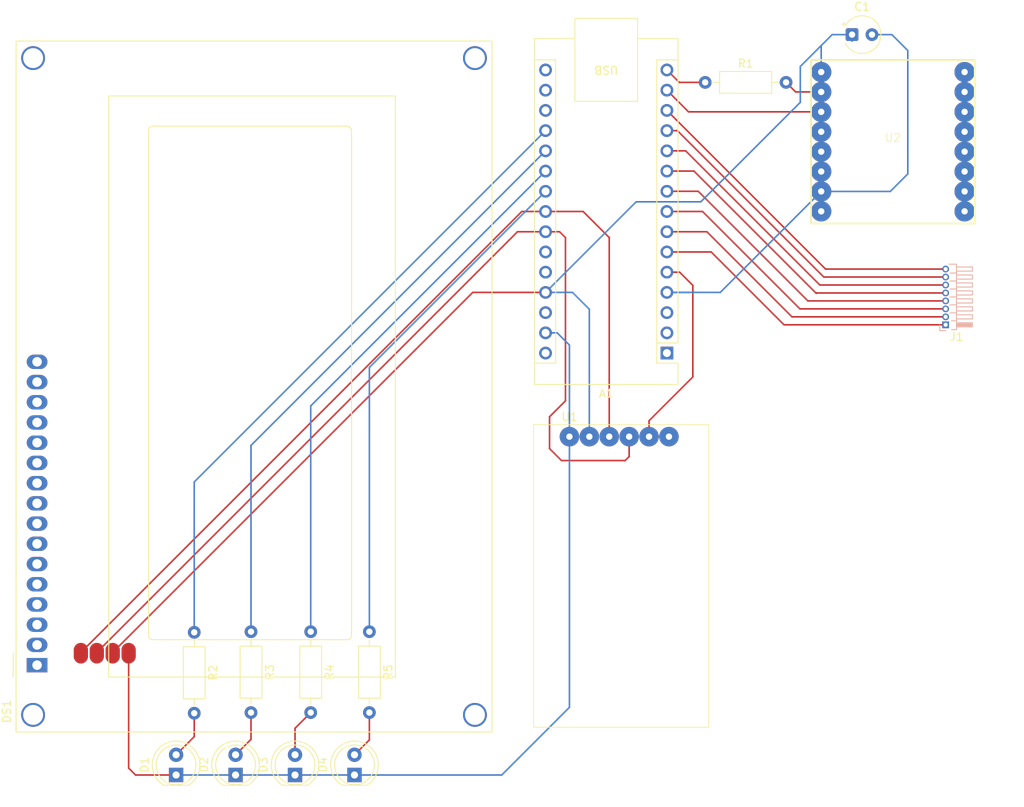
<source format=kicad_pcb>
(kicad_pcb (version 20241229) (generator "pcbnew") (generator_version "9.0")
  (layers (0 "F.Cu" signal) (2 "B.Cu" signal) (13 "F.Paste" user) (15 "B.Paste" user) (5 "F.SilkS" user "F.Silkscreen") (7 "B.SilkS" user "B.Silkscreen") (1 "F.Mask" user) (3 "B.Mask" user) (25 "Edge.Cuts" user))
  (net 0 "")
  (net 2 "Net-(A1-A5)")
  (net 4 "/D11")
  (net 5 "/A3")
  (net 6 "Net-(A1-A4)")
  (net 7 "GND")
  (net 10 "/D4")
  (net 11 "/D7")
  (net 12 "/A0")
  (net 14 "/D2")
  (net 16 "+5V")
  (net 18 "/D6")
  (net 19 "/A2")
  (net 20 "/D3")
  (net 21 "/D5")
  (net 23 "/D8")
  (net 24 "/D12")
  (net 25 "/D10")
  (net 26 "/D9")
  (net 28 "/A1")
  (net 31 "Net-(D1-A)")
  (net 32 "Net-(D2-A)")
  (net 33 "Net-(D3-A)")
  (net 34 "Net-(D4-A)")
  (net 38 "Net-(U2-RX)")
  (net 44 "Net-(U2-SPK2)")
  (net 46 "Net-(U2-SPK1)")
  (footprint "LED_THT:LED_D5.0mm" (layer "F.Cu") (at 88.09 147 90)
    (property "Reference" "D1" (at 1.27 -3.96 90) (layer "F.SilkS"))
    (property "Value" "LED")
    (fp_line (start -1.29 -1.545) (end -1.29 1.545) (stroke (width 0.12)) (layer "F.SilkS"))
    (fp_arc (start -1.29 -1.54483) (mid 2.071779 -2.880495) (end 4.26 0) (stroke (width 0.12)) (layer "F.SilkS"))
    (fp_arc (start 4.26 0) (mid 2.071779 2.880495) (end -1.29 1.54483) (stroke (width 0.12)) (layer "F.SilkS"))
    (fp_circle (center 1.27 0) (end 3.77 0) (stroke (width 0.12)) (fill no) (layer "F.SilkS"))
    (pad "1" thru_hole rect (at 0 0 90) (size 1.8 1.8) (drill 0.9) (layers "*.Cu" "*.Mask") (net 7 "GND"))
    (pad "2" thru_hole circle (at 2.54 0 90) (size 1.8 1.8) (drill 0.9) (layers "*.Cu" "*.Mask") (net 31 "Net-(D1-A)"))
  )
  (footprint "LED_THT:LED_D5.0mm" (layer "F.Cu") (at 95.56 147 90)
    (property "Reference" "D2" (at 1.27 -3.96 90) (layer "F.SilkS"))
    (property "Value" "LED")
    (fp_line (start -1.29 -1.545) (end -1.29 1.545) (stroke (width 0.12)) (layer "F.SilkS"))
    (fp_arc (start -1.29 -1.54483) (mid 2.071779 -2.880495) (end 4.26 0) (stroke (width 0.12)) (layer "F.SilkS"))
    (fp_arc (start 4.26 0) (mid 2.071779 2.880495) (end -1.29 1.54483) (stroke (width 0.12)) (layer "F.SilkS"))
    (fp_circle (center 1.27 0) (end 3.77 0) (stroke (width 0.12)) (fill no) (layer "F.SilkS"))
    (pad "1" thru_hole rect (at 0 0 90) (size 1.8 1.8) (drill 0.9) (layers "*.Cu" "*.Mask") (net 7 "GND"))
    (pad "2" thru_hole circle (at 2.54 0 90) (size 1.8 1.8) (drill 0.9) (layers "*.Cu" "*.Mask") (net 32 "Net-(D2-A)"))
  )
  (footprint "LED_THT:LED_D5.0mm" (layer "F.Cu") (at 103.03 147 90)
    (property "Reference" "D3" (at 1.27 -3.96 90) (layer "F.SilkS"))
    (property "Value" "LED")
    (fp_line (start -1.29 -1.545) (end -1.29 1.545) (stroke (width 0.12)) (layer "F.SilkS"))
    (fp_arc (start -1.29 -1.54483) (mid 2.071779 -2.880495) (end 4.26 0) (stroke (width 0.12)) (layer "F.SilkS"))
    (fp_arc (start 4.26 0) (mid 2.071779 2.880495) (end -1.29 1.54483) (stroke (width 0.12)) (layer "F.SilkS"))
    (fp_circle (center 1.27 0) (end 3.77 0) (stroke (width 0.12)) (fill no) (layer "F.SilkS"))
    (pad "1" thru_hole rect (at 0 0 90) (size 1.8 1.8) (drill 0.9) (layers "*.Cu" "*.Mask") (net 7 "GND"))
    (pad "2" thru_hole circle (at 2.54 0 90) (size 1.8 1.8) (drill 0.9) (layers "*.Cu" "*.Mask") (net 33 "Net-(D3-A)"))
  )
  (footprint "Resistor_THT:R_Axial_DIN0207_L6.3mm_D2.5mm_P10.16mm_Horizontal" (layer "F.Cu") (at 90.37 129.08 -90)
    (property "Reference" "R2" (at 5.08 -2.37 90) (layer "F.SilkS"))
    (property "Value" "330")
    (fp_line (start 1.04 0) (end 1.81 0) (stroke (width 0.12)) (layer "F.SilkS"))
    (fp_line (start 9.12 0) (end 8.35 0) (stroke (width 0.12)) (layer "F.SilkS"))
    (fp_rect (start 1.81 -1.37) (end 8.35 1.37) (stroke (width 0.12)) (fill no) (layer "F.SilkS"))
    (pad "1" thru_hole circle (at 0 0 270) (size 1.6 1.6) (drill 0.8) (layers "*.Cu" "*.Mask") (net 12 "/A0"))
    (pad "2" thru_hole circle (at 10.16 0 270) (size 1.6 1.6) (drill 0.8) (layers "*.Cu" "*.Mask") (net 31 "Net-(D1-A)"))
  )
  (footprint "AlarmClockParts:DS3231" (layer "F.Cu") (at 144 111.5)
    (property "Reference" "U1" (at -6.5 -9.5 0) (layer "F.SilkS"))
    (property "Value" "DS3231M")
    (fp_line (start -11 -8.5) (end 11 -8.5) (stroke (width 0.1)) (layer "F.SilkS"))
    (fp_line (start -11 29.5) (end -11 -8.5) (stroke (width 0.1)) (layer "F.SilkS"))
    (fp_line (start 11 29.5) (end -11 29.5) (stroke (width 0.1)) (layer "F.SilkS"))
    (fp_line (start 11 29.5) (end 11 -8.5) (stroke (width 0.1)) (layer "F.SilkS"))
    (pad "1" thru_hole circle (at 6 -7) (size 2.45 2.45) (drill 0.8) (layers "*.Cu" "*.Mask"))
    (pad "2" thru_hole circle (at -4 -7) (size 2.45 2.45) (drill 0.8) (layers "*.Cu" "*.Mask") (net 16 "+5V"))
    (pad "3" thru_hole circle (at 3.5 -7) (size 2.45 2.45) (drill 0.8) (layers "*.Cu" "*.Mask") (net 14 "/D2"))
    (pad "13" thru_hole circle (at -6.5 -7) (size 2.45 2.45) (drill 0.8) (layers "*.Cu" "*.Mask") (net 7 "GND"))
    (pad "15" thru_hole circle (at -1.5 -7) (size 2.45 2.45) (drill 0.8) (layers "*.Cu" "*.Mask") (net 6 "Net-(A1-A4)"))
    (pad "16" thru_hole circle (at 1 -7) (size 2.45 2.45) (drill 0.8) (layers "*.Cu" "*.Mask") (net 2 "Net-(A1-A5)"))
  )
  (footprint "Resistor_THT:R_Axial_DIN0207_L6.3mm_D2.5mm_P10.16mm_Horizontal" (layer "F.Cu") (at 154.55 60)
    (property "Reference" "R1" (at 5.08 -2.37 0) (layer "F.SilkS"))
    (property "Value" "1k")
    (fp_line (start 1.04 0) (end 1.81 0) (stroke (width 0.12)) (layer "F.SilkS"))
    (fp_line (start 9.12 0) (end 8.35 0) (stroke (width 0.12)) (layer "F.SilkS"))
    (fp_rect (start 1.81 -1.37) (end 8.35 1.37) (stroke (width 0.12)) (fill no) (layer "F.SilkS"))
    (pad "1" thru_hole circle (at 0 0) (size 1.6 1.6) (drill 0.8) (layers "*.Cu" "*.Mask") (net 4 "/D11"))
    (pad "2" thru_hole circle (at 10.16 0) (size 1.6 1.6) (drill 0.8) (layers "*.Cu" "*.Mask") (net 38 "Net-(U2-RX)"))
  )
  (footprint "AlarmClockParts:MP3-TF-16P" (layer "F.Cu") (at 178.13 67.45)
    (property "Reference" "U2" (at 0 -0.5 0) (layer "F.SilkS") (effects (font (thickness 0.1))))
    (property "Value" "MP3-TF-16P")
    (fp_line (start -10.275 -10.275) (end 10.275 -10.275) (stroke (width 0.2)) (layer "F.SilkS"))
    (fp_line (start -10.275 10.275) (end -10.275 -10.275) (stroke (width 0.2)) (layer "F.SilkS"))
    (fp_line (start 10.275 -10.275) (end 10.275 10.275) (stroke (width 0.2)) (layer "F.SilkS"))
    (fp_line (start 10.275 10.275) (end -10.275 10.275) (stroke (width 0.2)) (layer "F.SilkS"))
    (pad "1" thru_hole circle (at -9.005 -8.75) (size 2.54 2.54) (drill 0.8) (layers "*.Cu" "*.Mask") (net 16 "+5V"))
    (pad "2" thru_hole circle (at -9.005 -6.25) (size 2.54 2.54) (drill 0.8) (layers "*.Cu" "*.Mask") (net 38 "Net-(U2-RX)"))
    (pad "3" thru_hole circle (at -9.005 -3.75) (size 2.54 2.54) (drill 0.8) (layers "*.Cu" "*.Mask") (net 24 "/D12"))
    (pad "4" thru_hole circle (at -9.005 -1.25) (size 2.54 2.54) (drill 0.8) (layers "*.Cu" "*.Mask"))
    (pad "5" thru_hole circle (at -9.005 1.25) (size 2.54 2.54) (drill 0.8) (layers "*.Cu" "*.Mask"))
    (pad "6" thru_hole circle (at -9.005 3.75) (size 2.54 2.54) (drill 0.8) (layers "*.Cu" "*.Mask") (net 46 "Net-(U2-SPK1)"))
    (pad "7" thru_hole circle (at -9.005 6.25) (size 2.54 2.54) (drill 0.8) (layers "*.Cu" "*.Mask") (net 7 "GND"))
    (pad "8" thru_hole circle (at -9.005 8.75) (size 2.54 2.54) (drill 0.8) (layers "*.Cu" "*.Mask") (net 44 "Net-(U2-SPK2)"))
    (pad "9" thru_hole circle (at 9.005 -8.75) (size 2.54 2.54) (drill 0.8) (layers "*.Cu" "*.Mask"))
    (pad "10" thru_hole circle (at 9.005 -6.25) (size 2.54 2.54) (drill 0.8) (layers "*.Cu" "*.Mask"))
    (pad "11" thru_hole circle (at 9.005 -3.75) (size 2.54 2.54) (drill 0.8) (layers "*.Cu" "*.Mask"))
    (pad "12" thru_hole circle (at 9.005 -1.25) (size 2.54 2.54) (drill 0.8) (layers "*.Cu" "*.Mask"))
    (pad "13" thru_hole circle (at 9.005 1.25) (size 2.54 2.54) (drill 0.8) (layers "*.Cu" "*.Mask"))
    (pad "14" thru_hole circle (at 9.005 3.75) (size 2.54 2.54) (drill 0.8) (layers "*.Cu" "*.Mask"))
    (pad "15" thru_hole circle (at 9.005 6.25) (size 2.54 2.54) (drill 0.8) (layers "*.Cu" "*.Mask"))
    (pad "16" thru_hole circle (at 9.005 8.75) (size 2.54 2.54) (drill 0.8) (layers "*.Cu" "*.Mask"))
  )
  (footprint "LED_THT:LED_D5.0mm" (layer "F.Cu") (at 110.5 147 90)
    (property "Reference" "D4" (at 1.27 -3.96 90) (layer "F.SilkS"))
    (property "Value" "LED")
    (fp_line (start -1.29 -1.545) (end -1.29 1.545) (stroke (width 0.12)) (layer "F.SilkS"))
    (fp_arc (start -1.29 -1.54483) (mid 2.071779 -2.880495) (end 4.26 0) (stroke (width 0.12)) (layer "F.SilkS"))
    (fp_arc (start 4.26 0) (mid 2.071779 2.880495) (end -1.29 1.54483) (stroke (width 0.12)) (layer "F.SilkS"))
    (fp_circle (center 1.27 0) (end 3.77 0) (stroke (width 0.12)) (fill no) (layer "F.SilkS"))
    (pad "1" thru_hole rect (at 0 0 90) (size 1.8 1.8) (drill 0.9) (layers "*.Cu" "*.Mask") (net 7 "GND"))
    (pad "2" thru_hole circle (at 2.54 0 90) (size 1.8 1.8) (drill 0.9) (layers "*.Cu" "*.Mask") (net 34 "Net-(D4-A)"))
  )
  (footprint "Module:Arduino_Nano" (layer "F.Cu") (at 149.74 94 180)
    (property "Reference" "A1" (at 7.62 -5.08 0) (layer "F.SilkS"))
    (property "Value" "Arduino_Nano_v3.x")
    (fp_line (start 16.64 39.5) (end 16.64 -3.94) (stroke (width 0.12)) (layer "F.SilkS"))
    (fp_line (start 16.64 39.5) (end 11.56 39.5) (stroke (width 0.12)) (layer "F.SilkS"))
    (fp_line (start 16.64 -3.94) (end -1.4 -3.94) (stroke (width 0.12)) (layer "F.SilkS"))
    (fp_line (start 13.97 36.83) (end 16.64 36.83) (stroke (width 0.12)) (layer "F.SilkS"))
    (fp_line (start 13.97 -1.27) (end 16.64 -1.27) (stroke (width 0.12)) (layer "F.SilkS"))
    (fp_line (start 13.97 -1.27) (end 13.97 36.83) (stroke (width 0.12)) (layer "F.SilkS"))
    (fp_line (start 11.56 42.04) (end 3.68 42.04) (stroke (width 0.12)) (layer "F.SilkS"))
    (fp_line (start 11.56 31.62) (end 11.56 42.04) (stroke (width 0.12)) (layer "F.SilkS"))
    (fp_line (start 3.68 42.04) (end 3.68 31.62) (stroke (width 0.12)) (layer "F.SilkS"))
    (fp_line (start 3.68 31.62) (end 11.56 31.62) (stroke (width 0.12)) (layer "F.SilkS"))
    (fp_line (start 1.27 36.83) (end -1.4 36.83) (stroke (width 0.12)) (layer "F.SilkS"))
    (fp_line (start 1.27 1.27) (end 1.27 36.83) (stroke (width 0.12)) (layer "F.SilkS"))
    (fp_line (start 1.27 1.27) (end 1.27 -1.27) (stroke (width 0.12)) (layer "F.SilkS"))
    (fp_line (start 1.27 1.27) (end -1.4 1.27) (stroke (width 0.12)) (layer "F.SilkS"))
    (fp_line (start 1.27 -1.27) (end -1.4 -1.27) (stroke (width 0.12)) (layer "F.SilkS"))
    (fp_line (start -1.4 39.5) (end 3.68 39.5) (stroke (width 0.12)) (layer "F.SilkS"))
    (fp_line (start -1.4 1.27) (end -1.4 39.5) (stroke (width 0.12)) (layer "F.SilkS"))
    (fp_line (start -1.4 -3.94) (end -1.4 -1.27) (stroke (width 0.12)) (layer "F.SilkS"))
    (fp_text user "USB" (at 7.62 35.56 180) (layer "F.SilkS"))
    (pad "1" thru_hole rect (at 0 0 180) (size 1.6 1.6) (drill 1) (layers "*.Cu" "*.Mask"))
    (pad "2" thru_hole oval (at 0 2.54 180) (size 1.6 1.6) (drill 1) (layers "*.Cu" "*.Mask"))
    (pad "3" thru_hole oval (at 0 5.08 180) (size 1.6 1.6) (drill 1) (layers "*.Cu" "*.Mask"))
    (pad "4" thru_hole oval (at 0 7.62 180) (size 1.6 1.6) (drill 1) (layers "*.Cu" "*.Mask") (net 7 "GND"))
    (pad "5" thru_hole oval (at 0 10.16 180) (size 1.6 1.6) (drill 1) (layers "*.Cu" "*.Mask") (net 14 "/D2"))
    (pad "6" thru_hole oval (at 0 12.7 180) (size 1.6 1.6) (drill 1) (layers "*.Cu" "*.Mask") (net 20 "/D3"))
    (pad "7" thru_hole oval (at 0 15.24 180) (size 1.6 1.6) (drill 1) (layers "*.Cu" "*.Mask") (net 10 "/D4"))
    (pad "8" thru_hole oval (at 0 17.78 180) (size 1.6 1.6) (drill 1) (layers "*.Cu" "*.Mask") (net 21 "/D5"))
    (pad "9" thru_hole oval (at 0 20.32 180) (size 1.6 1.6) (drill 1) (layers "*.Cu" "*.Mask") (net 18 "/D6"))
    (pad "10" thru_hole oval (at 0 22.86 180) (size 1.6 1.6) (drill 1) (layers "*.Cu" "*.Mask") (net 11 "/D7"))
    (pad "11" thru_hole oval (at 0 25.4 180) (size 1.6 1.6) (drill 1) (layers "*.Cu" "*.Mask") (net 23 "/D8"))
    (pad "12" thru_hole oval (at 0 27.94 180) (size 1.6 1.6) (drill 1) (layers "*.Cu" "*.Mask") (net 26 "/D9"))
    (pad "13" thru_hole oval (at 0 30.48 180) (size 1.6 1.6) (drill 1) (layers "*.Cu" "*.Mask") (net 25 "/D10"))
    (pad "14" thru_hole oval (at 0 33.02 180) (size 1.6 1.6) (drill 1) (layers "*.Cu" "*.Mask") (net 24 "/D12"))
    (pad "15" thru_hole oval (at 0 35.56 180) (size 1.6 1.6) (drill 1) (layers "*.Cu" "*.Mask") (net 4 "/D11"))
    (pad "16" thru_hole oval (at 15.24 35.56 180) (size 1.6 1.6) (drill 1) (layers "*.Cu" "*.Mask"))
    (pad "17" thru_hole oval (at 15.24 33.02 180) (size 1.6 1.6) (drill 1) (layers "*.Cu" "*.Mask"))
    (pad "18" thru_hole oval (at 15.24 30.48 180) (size 1.6 1.6) (drill 1) (layers "*.Cu" "*.Mask"))
    (pad "19" thru_hole oval (at 15.24 27.94 180) (size 1.6 1.6) (drill 1) (layers "*.Cu" "*.Mask") (net 12 "/A0"))
    (pad "20" thru_hole oval (at 15.24 25.4 180) (size 1.6 1.6) (drill 1) (layers "*.Cu" "*.Mask") (net 28 "/A1"))
    (pad "21" thru_hole oval (at 15.24 22.86 180) (size 1.6 1.6) (drill 1) (layers "*.Cu" "*.Mask") (net 19 "/A2"))
    (pad "22" thru_hole oval (at 15.24 20.32 180) (size 1.6 1.6) (drill 1) (layers "*.Cu" "*.Mask") (net 5 "/A3"))
    (pad "23" thru_hole oval (at 15.24 17.78 180) (size 1.6 1.6) (drill 1) (layers "*.Cu" "*.Mask") (net 6 "Net-(A1-A4)"))
    (pad "24" thru_hole oval (at 15.24 15.24 180) (size 1.6 1.6) (drill 1) (layers "*.Cu" "*.Mask") (net 2 "Net-(A1-A5)"))
    (pad "25" thru_hole oval (at 15.24 12.7 180) (size 1.6 1.6) (drill 1) (layers "*.Cu" "*.Mask"))
    (pad "26" thru_hole oval (at 15.24 10.16 180) (size 1.6 1.6) (drill 1) (layers "*.Cu" "*.Mask"))
    (pad "27" thru_hole oval (at 15.24 7.62 180) (size 1.6 1.6) (drill 1) (layers "*.Cu" "*.Mask") (net 16 "+5V"))
    (pad "28" thru_hole oval (at 15.24 5.08 180) (size 1.6 1.6) (drill 1) (layers "*.Cu" "*.Mask"))
    (pad "29" thru_hole oval (at 15.24 2.54 180) (size 1.6 1.6) (drill 1) (layers "*.Cu" "*.Mask") (net 7 "GND"))
    (pad "30" thru_hole oval (at 15.24 0 180) (size 1.6 1.6) (drill 1) (layers "*.Cu" "*.Mask"))
  )
  (footprint "Resistor_THT:R_Axial_DIN0207_L6.3mm_D2.5mm_P10.16mm_Horizontal" (layer "F.Cu") (at 97.5 129 -90)
    (property "Reference" "R3" (at 5.08 -2.37 90) (layer "F.SilkS"))
    (property "Value" "330")
    (fp_line (start 1.04 0) (end 1.81 0) (stroke (width 0.12)) (layer "F.SilkS"))
    (fp_line (start 9.12 0) (end 8.35 0) (stroke (width 0.12)) (layer "F.SilkS"))
    (fp_rect (start 1.81 -1.37) (end 8.35 1.37) (stroke (width 0.12)) (fill no) (layer "F.SilkS"))
    (pad "1" thru_hole circle (at 0 0 270) (size 1.6 1.6) (drill 0.8) (layers "*.Cu" "*.Mask") (net 28 "/A1"))
    (pad "2" thru_hole circle (at 10.16 0 270) (size 1.6 1.6) (drill 0.8) (layers "*.Cu" "*.Mask") (net 32 "Net-(D2-A)"))
  )
  (footprint "AlarmClockParts:LCD+I2C_16x4" (layer "F.Cu") (at 70.63 133.2 90)
    (property "Reference" "DS1" (at -5.82 -3.81 90) (layer "F.SilkS"))
    (property "Value" "HD44780LCD-I2C")
    (fp_line (start -1.5 -3) (end 1.5 -3) (stroke (width 0.12)) (layer "F.SilkS"))
    (fp_line (start 78.39 -2.64) (end -8.39 -2.64) (stroke (width 0.12)) (layer "F.SilkS"))
    (fp_line (start -8.13 -2.64) (end -7.34 -2.64) (stroke (width 0.12)) (layer "F.SilkS"))
    (fp_line (start -8.39 -2.64) (end -8.39 57.14) (stroke (width 0.12)) (layer "F.SilkS"))
    (fp_line (start 71.5 9) (end 71.5 45) (stroke (width 0.12)) (layer "F.SilkS"))
    (fp_line (start -1.5 9) (end 71.5 9) (stroke (width 0.12)) (layer "F.SilkS"))
    (fp_line (start 3.7 14) (end 67.2 14) (stroke (width 0.12)) (layer "F.SilkS"))
    (fp_line (start 67.7 14.5) (end 67.7 38.99962) (stroke (width 0.12)) (layer "F.SilkS"))
    (fp_line (start 3.20028 38.99962) (end 3.20028 14.5) (stroke (width 0.12)) (layer "F.SilkS"))
    (fp_line (start 67.20132 39.5) (end 3.70066 39.5) (stroke (width 0.12)) (layer "F.SilkS"))
    (fp_line (start 71.5 45) (end -1.5 45) (stroke (width 0.12)) (layer "F.SilkS"))
    (fp_line (start -1.5 45) (end -1.5 9) (stroke (width 0.12)) (layer "F.SilkS"))
    (fp_line (start 78.39 57.14) (end 78.39 -2.5) (stroke (width 0.12)) (layer "F.SilkS"))
    (fp_line (start -8.39 57.14) (end 78.39 57.14) (stroke (width 0.12)) (layer "F.SilkS"))
    (fp_arc (start 67.2 14) (mid 67.553553 14.146447) (end 67.7 14.5) (stroke (width 0.12)) (layer "F.SilkS"))
    (fp_arc (start 3.20028 14.49884) (mid 3.346838 14.145018) (end 3.70066 13.99846) (stroke (width 0.12)) (layer "F.SilkS"))
    (fp_arc (start 67.7 38.79) (mid 67.509302 39.345243) (end 67.146178 39.5) (stroke (width 0.12)) (layer "F.SilkS"))
    (fp_arc (start 3.70066 39.5) (mid 3.346838 39.353442) (end 3.20028 38.99962) (stroke (width 0.12)) (layer "F.SilkS"))
    (pad "" thru_hole circle (at -6.25 -0.5 90) (size 3 3) (drill 2.5) (layers "*.Cu" "*.Mask"))
    (pad "" thru_hole circle (at -6.25 55 90) (size 3 3) (drill 2.5) (layers "*.Cu" "*.Mask"))
    (pad "" thru_hole rect (at 0 0 90) (size 1.8 2.6) (drill 1.2) (layers "*.Cu" "*.Mask"))
    (pad "" thru_hole oval (at 2.54 0 90) (size 1.8 2.6) (drill 1.2) (layers "*.Cu" "*.Mask"))
    (pad "" thru_hole oval (at 5.08 0 90) (size 1.8 2.6) (drill 1.2) (layers "*.Cu" "*.Mask"))
    (pad "" thru_hole oval (at 7.62 0 90) (size 1.8 2.6) (drill 1.2) (layers "*.Cu" "*.Mask"))
    (pad "" thru_hole oval (at 10.16 0 90) (size 1.8 2.6) (drill 1.2) (layers "*.Cu" "*.Mask"))
    (pad "" thru_hole oval (at 12.7 0 90) (size 1.8 2.6) (drill 1.2) (layers "*.Cu" "*.Mask"))
    (pad "" thru_hole oval (at 15.24 0 90) (size 1.8 2.6) (drill 1.2) (layers "*.Cu" "*.Mask"))
    (pad "" thru_hole oval (at 17.78 0 90) (size 1.8 2.6) (drill 1.2) (layers "*.Cu" "*.Mask"))
    (pad "" thru_hole oval (at 20.32 0 90) (size 1.8 2.6) (drill 1.2) (layers "*.Cu" "*.Mask"))
    (pad "" thru_hole oval (at 22.86 0 90) (size 1.8 2.6) (drill 1.2) (layers "*.Cu" "*.Mask"))
    (pad "" thru_hole oval (at 25.4 0 90) (size 1.8 2.6) (drill 1.2) (layers "*.Cu" "*.Mask"))
    (pad "" thru_hole oval (at 27.94 0 90) (size 1.8 2.6) (drill 1.2) (layers "*.Cu" "*.Mask"))
    (pad "" thru_hole oval (at 30.48 0 90) (size 1.8 2.6) (drill 1.2) (layers "*.Cu" "*.Mask"))
    (pad "" thru_hole oval (at 33.02 0 90) (size 1.8 2.6) (drill 1.2) (layers "*.Cu" "*.Mask"))
    (pad "" thru_hole oval (at 35.56 0 90) (size 1.8 2.6) (drill 1.2) (layers "*.Cu" "*.Mask"))
    (pad "" thru_hole oval (at 38.1 0 90) (size 1.8 2.6) (drill 1.2) (layers "*.Cu" "*.Mask"))
    (pad "" thru_hole circle (at 76.25 -0.5 90) (size 3 3) (drill 2.5) (layers "*.Cu" "*.Mask"))
    (pad "" thru_hole circle (at 76.25 55 90) (size 3 3) (drill 2.5) (layers "*.Cu" "*.Mask"))
    (pad "1" connect oval (at 1.5 5.5 180) (size 1.8 2.6) (layers "F.Cu" "F.Mask") (net 6 "Net-(A1-A4)"))
    (pad "2" connect oval (at 1.5 7.5 180) (size 1.8 2.6) (layers "F.Cu" "F.Mask") (net 2 "Net-(A1-A5)"))
    (pad "3" connect oval (at 1.5 9.5 180) (size 1.8 2.6) (layers "F.Cu" "F.Mask") (net 16 "+5V"))
    (pad "4" connect oval (at 1.5 11.5 180) (size 1.8 2.6) (layers "F.Cu" "F.Mask") (net 7 "GND"))
  )
  (footprint "Resistor_THT:R_Axial_DIN0207_L6.3mm_D2.5mm_P10.16mm_Horizontal" (layer "F.Cu") (at 112.37 129 -90)
    (property "Reference" "R5" (at 5.08 -2.37 90) (layer "F.SilkS"))
    (property "Value" "330")
    (fp_line (start 1.04 0) (end 1.81 0) (stroke (width 0.12)) (layer "F.SilkS"))
    (fp_line (start 9.12 0) (end 8.35 0) (stroke (width 0.12)) (layer "F.SilkS"))
    (fp_rect (start 1.81 -1.37) (end 8.35 1.37) (stroke (width 0.12)) (fill no) (layer "F.SilkS"))
    (pad "1" thru_hole circle (at 0 0 270) (size 1.6 1.6) (drill 0.8) (layers "*.Cu" "*.Mask") (net 5 "/A3"))
    (pad "2" thru_hole circle (at 10.16 0 270) (size 1.6 1.6) (drill 0.8) (layers "*.Cu" "*.Mask") (net 34 "Net-(D4-A)"))
  )
  (footprint "Capacitor_THT:CP_Radial_Tantal_D4.5mm_P2.50mm" (layer "F.Cu") (at 173 54)
    (property "Reference" "C1" (at 1.25 -3.5 0) (layer "F.SilkS"))
    (property "Value" "100uF")
    (fp_line (start -1.287288 -1.335) (end -0.837288 -1.335) (stroke (width 0.12)) (layer "F.SilkS"))
    (fp_line (start -1.062288 -1.56) (end -1.062288 -1.11) (stroke (width 0.12)) (layer "F.SilkS"))
    (fp_arc (start -0.869741 -1.06) (mid 3.62 0) (end -0.869741 1.06) (stroke (width 0.12)) (layer "F.SilkS"))
    (pad "1" thru_hole roundrect (at 0 0) (size 1.6 1.6) (drill 0.8) (layers "*.Cu" "*.Mask") (roundrect_rratio 0.15625) (net 16 "+5V"))
    (pad "2" thru_hole circle (at 2.5 0) (size 1.6 1.6) (drill 0.8) (layers "*.Cu" "*.Mask") (net 7 "GND"))
  )
  (footprint "Resistor_THT:R_Axial_DIN0207_L6.3mm_D2.5mm_P10.16mm_Horizontal" (layer "F.Cu") (at 105 129 -90)
    (property "Reference" "R4" (at 5.08 -2.37 90) (layer "F.SilkS"))
    (property "Value" "330")
    (fp_line (start 1.04 0) (end 1.81 0) (stroke (width 0.12)) (layer "F.SilkS"))
    (fp_line (start 9.12 0) (end 8.35 0) (stroke (width 0.12)) (layer "F.SilkS"))
    (fp_rect (start 1.81 -1.37) (end 8.35 1.37) (stroke (width 0.12)) (fill no) (layer "F.SilkS"))
    (pad "1" thru_hole circle (at 0 0 270) (size 1.6 1.6) (drill 0.8) (layers "*.Cu" "*.Mask") (net 19 "/A2"))
    (pad "2" thru_hole circle (at 10.16 0 270) (size 1.6 1.6) (drill 0.8) (layers "*.Cu" "*.Mask") (net 33 "Net-(D3-A)"))
  )
  (footprint "Connector_PinHeader_1.00mm:PinHeader_1x08_P1.00mm_Horizontal" (layer "B.Cu") (at 184.755 90.45)
    (property "Reference" "J1" (at 1.375 1.5 0) (layer "F.SilkS"))
    (property "Value" "Keyboard_Conn_01x08")
    (fp_line (start -0.735 0) (end -0.735 0.735) (stroke (width 0.12)) (layer "B.SilkS"))
    (fp_line (start -0.735 0.735) (end 0 0.735) (stroke (width 0.12)) (layer "B.SilkS"))
    (fp_line (start 0.538725 -6.5) (end 1.36 -6.5) (stroke (width 0.12)) (layer "B.SilkS"))
    (fp_line (start 0.538725 -5.5) (end 1.36 -5.5) (stroke (width 0.12)) (layer "B.SilkS"))
    (fp_line (start 0.538725 -4.5) (end 1.36 -4.5) (stroke (width 0.12)) (layer "B.SilkS"))
    (fp_line (start 0.538725 -3.5) (end 1.36 -3.5) (stroke (width 0.12)) (layer "B.SilkS"))
    (fp_line (start 0.538725 -2.5) (end 1.36 -2.5) (stroke (width 0.12)) (layer "B.SilkS"))
    (fp_line (start 0.538725 -1.5) (end 1.36 -1.5) (stroke (width 0.12)) (layer "B.SilkS"))
    (fp_line (start 0.735 -0.5) (end 1.36 -0.5) (stroke (width 0.12)) (layer "B.SilkS"))
    (fp_line (start 0.735 0.61) (end 1.36 0.61) (stroke (width 0.12)) (layer "B.SilkS"))
    (fp_line (start 1.36 -7.61) (end 0.41003 -7.61) (stroke (width 0.12)) (layer "B.SilkS"))
    (fp_line (start 1.36 -6.74) (end 3.36 -6.74) (stroke (width 0.12)) (layer "B.SilkS"))
    (fp_line (start 1.36 -5.74) (end 3.36 -5.74) (stroke (width 0.12)) (layer "B.SilkS"))
    (fp_line (start 1.36 -4.74) (end 3.36 -4.74) (stroke (width 0.12)) (layer "B.SilkS"))
    (fp_line (start 1.36 -3.74) (end 3.36 -3.74) (stroke (width 0.12)) (layer "B.SilkS"))
    (fp_line (start 1.36 -2.74) (end 3.36 -2.74) (stroke (width 0.12)) (layer "B.SilkS"))
    (fp_line (start 1.36 -1.74) (end 3.36 -1.74) (stroke (width 0.12)) (layer "B.SilkS"))
    (fp_line (start 1.36 -0.74) (end 3.36 -0.74) (stroke (width 0.12)) (layer "B.SilkS"))
    (fp_line (start 1.36 0.61) (end 1.36 -7.61) (stroke (width 0.12)) (layer "B.SilkS"))
    (fp_line (start 3.36 -7.26) (end 1.36 -7.26) (stroke (width 0.12)) (layer "B.SilkS"))
    (fp_line (start 3.36 -6.74) (end 3.36 -7.26) (stroke (width 0.12)) (layer "B.SilkS"))
    (fp_line (start 3.36 -6.26) (end 1.36 -6.26) (stroke (width 0.12)) (layer "B.SilkS"))
    (fp_line (start 3.36 -5.74) (end 3.36 -6.26) (stroke (width 0.12)) (layer "B.SilkS"))
    (fp_line (start 3.36 -5.26) (end 1.36 -5.26) (stroke (width 0.12)) (layer "B.SilkS"))
    (fp_line (start 3.36 -4.74) (end 3.36 -5.26) (stroke (width 0.12)) (layer "B.SilkS"))
    (fp_line (start 3.36 -4.26) (end 1.36 -4.26) (stroke (width 0.12)) (layer "B.SilkS"))
    (fp_line (start 3.36 -3.74) (end 3.36 -4.26) (stroke (width 0.12)) (layer "B.SilkS"))
    (fp_line (start 3.36 -3.26) (end 1.36 -3.26) (stroke (width 0.12)) (layer "B.SilkS"))
    (fp_line (start 3.36 -2.74) (end 3.36 -3.26) (stroke (width 0.12)) (layer "B.SilkS"))
    (fp_line (start 3.36 -2.26) (end 1.36 -2.26) (stroke (width 0.12)) (layer "B.SilkS"))
    (fp_line (start 3.36 -1.74) (end 3.36 -2.26) (stroke (width 0.12)) (layer "B.SilkS"))
    (fp_line (start 3.36 -1.26) (end 1.36 -1.26) (stroke (width 0.12)) (layer "B.SilkS"))
    (fp_line (start 3.36 -0.74) (end 3.36 -1.26) (stroke (width 0.12)) (layer "B.SilkS"))
    (fp_rect (start 1.36 0.26) (end 3.36 -0.26) (stroke (width 0.12)) (fill yes) (layer "B.SilkS"))
    (pad "1" thru_hole rect (at 0 0) (size 0.85 0.85) (drill 0.5) (layers "*.Cu" "*.Mask") (net 20 "/D3"))
    (pad "2" thru_hole circle (at 0 -1) (size 0.85 0.85) (drill 0.5) (layers "*.Cu" "*.Mask") (net 10 "/D4"))
    (pad "3" thru_hole circle (at 0 -2) (size 0.85 0.85) (drill 0.5) (layers "*.Cu" "*.Mask") (net 21 "/D5"))
    (pad "4" thru_hole circle (at 0 -3) (size 0.85 0.85) (drill 0.5) (layers "*.Cu" "*.Mask") (net 18 "/D6"))
    (pad "5" thru_hole circle (at 0 -4) (size 0.85 0.85) (drill 0.5) (layers "*.Cu" "*.Mask") (net 11 "/D7"))
    (pad "6" thru_hole circle (at 0 -5) (size 0.85 0.85) (drill 0.5) (layers "*.Cu" "*.Mask") (net 23 "/D8"))
    (pad "7" thru_hole circle (at 0 -6) (size 0.85 0.85) (drill 0.5) (layers "*.Cu" "*.Mask") (net 26 "/D9"))
    (pad "8" thru_hole circle (at 0 -7) (size 0.85 0.85) (drill 0.5) (layers "*.Cu" "*.Mask") (net 25 "/D10"))
  )
  (segment (start 134.5 78.76) (end 136.26 78.76) (width 0.2) (layer "F.Cu") (net 2))
  (segment (start 78.13 131.60153) (end 130.97153 78.76) (width 0.2) (layer "F.Cu") (net 2))
  (segment (start 136.26 78.76) (end 137 79.5) (width 0.2) (layer "F.Cu") (net 2))
  (segment (start 135 102) (end 135 106) (width 0.2) (layer "F.Cu") (net 2))
  (segment (start 137 100) (end 135 102) (width 0.2) (layer "F.Cu") (net 2))
  (segment (start 137 79.5) (end 137 100) (width 0.2) (layer "F.Cu") (net 2))
  (segment (start 78.13 131.7) (end 78.13 131.60153) (width 0.2) (layer "F.Cu") (net 2))
  (segment (start 130.97153 78.76) (end 134.5 78.76) (width 0.2) (layer "F.Cu") (net 2))
  (segment (start 136.5 107.5) (end 144.5 107.5) (width 0.2) (layer "F.Cu") (net 2))
  (segment (start 145 107) (end 145 104.5) (width 0.2) (layer "F.Cu") (net 2))
  (segment (start 144.5 107.5) (end 145 107) (width 0.2) (layer "F.Cu") (net 2))
  (segment (start 135 106) (end 136.5 107.5) (width 0.2) (layer "F.Cu") (net 2))
  (segment (start 154.55 60) (end 151.3 60) (width 0.2) (layer "F.Cu") (net 4))
  (segment (start 151.3 60) (end 149.74 58.44) (width 0.2) (layer "F.Cu") (net 4))
  (segment (start 112.37 95.81) (end 134.5 73.68) (width 0.2) (layer "B.Cu") (net 5))
  (segment (start 112.37 129) (end 112.37 95.81) (width 0.2) (layer "B.Cu") (net 5))
  (segment (start 139.22 76.22) (end 142.5 79.5) (width 0.2) (layer "F.Cu") (net 6))
  (segment (start 76.13 131.7) (end 76.13 131.60153) (width 0.2) (layer "F.Cu") (net 6))
  (segment (start 142.5 79.5) (end 142.5 104.5) (width 0.2) (layer "F.Cu") (net 6))
  (segment (start 76.13 131.60153) (end 131.51153 76.22) (width 0.2) (layer "F.Cu") (net 6))
  (segment (start 131.51153 76.22) (end 134.5 76.22) (width 0.2) (layer "F.Cu") (net 6))
  (segment (start 134.5 76.22) (end 139.22 76.22) (width 0.2) (layer "F.Cu") (net 6))
  (segment (start 82.13 146.13) (end 83 147) (width 0.2) (layer "F.Cu") (net 7))
  (segment (start 83 147) (end 88.09 147) (width 0.2) (layer "F.Cu") (net 7))
  (segment (start 82.13 131.7) (end 82.13 146.13) (width 0.2) (layer "F.Cu") (net 7))
  (segment (start 134.5 91.46) (end 134.96 91.46) (width 0.2) (layer "F.Cu") (net 7))
  (segment (start 180 56) (end 180 71.5) (width 0.2) (layer "B.Cu") (net 7))
  (segment (start 95.56 147) (end 88.09 147) (width 0.2) (layer "B.Cu") (net 7))
  (segment (start 110.5 147) (end 103.03 147) (width 0.2) (layer "B.Cu") (net 7))
  (segment (start 137.5 93) (end 137.5 104.5) (width 0.2) (layer "B.Cu") (net 7))
  (segment (start 103.03 147) (end 95.56 147) (width 0.2) (layer "B.Cu") (net 7))
  (segment (start 177.8 73.7) (end 169.125 73.7) (width 0.2) (layer "B.Cu") (net 7))
  (segment (start 156.445 86.38) (end 169.125 73.7) (width 0.2) (layer "B.Cu") (net 7))
  (segment (start 135.96 91.46) (end 137.5 93) (width 0.2) (layer "B.Cu") (net 7))
  (segment (start 175.5 54) (end 178 54) (width 0.2) (layer "B.Cu") (net 7))
  (segment (start 137.5 138.5) (end 137.5 104.5) (width 0.2) (layer "B.Cu") (net 7))
  (segment (start 110.5 147) (end 129 147) (width 0.2) (layer "B.Cu") (net 7))
  (segment (start 178 54) (end 180 56) (width 0.2) (layer "B.Cu") (net 7))
  (segment (start 180 71.5) (end 177.8 73.7) (width 0.2) (layer "B.Cu") (net 7))
  (segment (start 129 147) (end 137.5 138.5) (width 0.2) (layer "B.Cu") (net 7))
  (segment (start 149.74 86.38) (end 156.445 86.38) (width 0.2) (layer "B.Cu") (net 7))
  (segment (start 134.5 91.46) (end 135.96 91.46) (width 0.2) (layer "B.Cu") (net 7))
  (segment (start 149.74 86.38) (end 152.56 86.38) (width 0.2) (layer "B.Cu") (net 7))
  (segment (start 154.76 78.76) (end 149.74 78.76) (width 0.2) (layer "F.Cu") (net 10))
  (segment (start 165.45 89.45) (end 154.76 78.76) (width 0.2) (layer "F.Cu") (net 10))
  (segment (start 184.755 89.45) (end 165.45 89.45) (width 0.2) (layer "F.Cu") (net 10))
  (segment (start 149.74 71.14) (end 153.14 71.14) (width 0.2) (layer "F.Cu") (net 11))
  (segment (start 168.5 86.5) (end 168.55 86.45) (width 0.2) (layer "F.Cu") (net 11))
  (segment (start 168.55 86.45) (end 184.755 86.45) (width 0.2) (layer "F.Cu") (net 11))
  (segment (start 153.14 71.14) (end 168.5 86.5) (width 0.2) (layer "F.Cu") (net 11))
  (segment (start 90.37 129.08) (end 90.37 110.19) (width 0.2) (layer "B.Cu") (net 12))
  (segment (start 90.37 110.19) (end 134.5 66.06) (width 0.2) (layer "B.Cu") (net 12))
  (segment (start 151.34 83.84) (end 153 85.5) (width 0.2) (layer "F.Cu") (net 14))
  (segment (start 153 85.5) (end 153 97) (width 0.2) (layer "F.Cu") (net 14))
  (segment (start 153 97) (end 147.5 102.5) (width 0.2) (layer "F.Cu") (net 14))
  (segment (start 149.74 83.84) (end 151.34 83.84) (width 0.2) (layer "F.Cu") (net 14))
  (segment (start 147.5 102.5) (end 147.5 104.5) (width 0.2) (layer "F.Cu") (net 14))
  (segment (start 80.13 131.60153) (end 125.35153 86.38) (width 0.2) (layer "F.Cu") (net 16))
  (segment (start 125.35153 86.38) (end 134.5 86.38) (width 0.2) (layer "F.Cu") (net 16))
  (segment (start 80.13 131.7) (end 80.13 131.60153) (width 0.2) (layer "F.Cu") (net 16))
  (segment (start 145.88 75) (end 154 75) (width 0.2) (layer "B.Cu") (net 16))
  (segment (start 166.5 58) (end 169.125 55.375) (width 0.2) (layer "B.Cu") (net 16))
  (segment (start 169.125 55.375) (end 170.5 54) (width 0.2) (layer "B.Cu") (net 16))
  (segment (start 169.125 58.7) (end 169.125 55.375) (width 0.2) (layer "B.Cu") (net 16))
  (segment (start 154 75) (end 166.5 62.5) (width 0.2) (layer "B.Cu") (net 16))
  (segment (start 173 54) (end 173 54.825) (width 0.2) (layer "B.Cu") (net 16))
  (segment (start 173 54) (end 170.5 54) (width 0.2) (layer "B.Cu") (net 16))
  (segment (start 137.88 86.38) (end 140 88.5) (width 0.2) (layer "B.Cu") (net 16))
  (segment (start 134.5 86.38) (end 145.88 75) (width 0.2) (layer "B.Cu") (net 16))
  (segment (start 166.5 62.5) (end 166.5 58) (width 0.2) (layer "B.Cu") (net 16))
  (segment (start 134.5 86.38) (end 137.88 86.38) (width 0.2) (layer "B.Cu") (net 16))
  (segment (start 140 88.5) (end 140 104.5) (width 0.2) (layer "B.Cu") (net 16))
  (segment (start 153.68 73.68) (end 149.74 73.68) (width 0.2) (layer "F.Cu") (net 18))
  (segment (start 167.45 87.45) (end 153.68 73.68) (width 0.2) (layer "F.Cu") (net 18))
  (segment (start 184.755 87.45) (end 167.45 87.45) (width 0.2) (layer "F.Cu") (net 18))
  (segment (start 105 100.64) (end 134.5 71.14) (width 0.2) (layer "B.Cu") (net 19))
  (segment (start 105 129) (end 105 100.64) (width 0.2) (layer "B.Cu") (net 19))
  (segment (start 155.3 81.3) (end 164.45 90.45) (width 0.2) (layer "F.Cu") (net 20))
  (segment (start 164.45 90.45) (end 184.755 90.45) (width 0.2) (layer "F.Cu") (net 20))
  (segment (start 149.74 81.3) (end 155.3 81.3) (width 0.2) (layer "F.Cu") (net 20))
  (segment (start 154.22 76.22) (end 166.45 88.45) (width 0.2) (layer "F.Cu") (net 21))
  (segment (start 166.45 88.45) (end 184.755 88.45) (width 0.2) (layer "F.Cu") (net 21))
  (segment (start 149.74 76.22) (end 154.22 76.22) (width 0.2) (layer "F.Cu") (net 21))
  (segment (start 184.755 85.45) (end 168.95 85.45) (width 0.2) (layer "F.Cu") (net 23))
  (segment (start 168.95 85.45) (end 152.1 68.6) (width 0.2) (layer "F.Cu") (net 23))
  (segment (start 152.1 68.6) (end 149.74 68.6) (width 0.2) (layer "F.Cu") (net 23))
  (segment (start 149.74 60.98) (end 152.46 63.7) (width 0.2) (layer "F.Cu") (net 24))
  (segment (start 152.46 63.7) (end 169.125 63.7) (width 0.2) (layer "F.Cu") (net 24))
  (segment (start 169.67 83.45) (end 184.755 83.45) (width 0.2) (layer "F.Cu") (net 25))
  (segment (start 149.74 63.52) (end 169.67 83.45) (width 0.2) (layer "F.Cu") (net 25))
  (segment (start 149.74 66.06) (end 151.06 66.06) (width 0.2) (layer "F.Cu") (net 26))
  (segment (start 151.06 66.06) (end 169.45 84.45) (width 0.2) (layer "F.Cu") (net 26))
  (segment (start 169.45 84.45) (end 184.755 84.45) (width 0.2) (layer "F.Cu") (net 26))
  (segment (start 97.5 105.6) (end 134.5 68.6) (width 0.2) (layer "B.Cu") (net 28))
  (segment (start 97.5 129) (end 97.5 105.6) (width 0.2) (layer "B.Cu") (net 28))
  (segment (start 88.09 144.46) (end 90.37 142.18) (width 0.2) (layer "F.Cu") (net 31))
  (segment (start 90.37 142.18) (end 90.37 139.24) (width 0.2) (layer "F.Cu") (net 31))
  (segment (start 95.56 144.46) (end 97.5 142.52) (width 0.2) (layer "F.Cu") (net 32))
  (segment (start 97.5 142.52) (end 97.5 139.16) (width 0.2) (layer "F.Cu") (net 32))
  (segment (start 95.5 144.4) (end 95.56 144.46) (width 0.2) (layer "F.Cu") (net 32))
  (segment (start 103.03 144.46) (end 103.03 141.13) (width 0.2) (layer "F.Cu") (net 33))
  (segment (start 103.03 141.13) (end 105 139.16) (width 0.2) (layer "F.Cu") (net 33))
  (segment (start 103 144.43) (end 103.03 144.46) (width 0.2) (layer "F.Cu") (net 33))
  (segment (start 112.37 142.59) (end 112.37 139.16) (width 0.2) (layer "F.Cu") (net 34))
  (segment (start 110.5 144.46) (end 112.37 142.59) (width 0.2) (layer "F.Cu") (net 34))
  (segment (start 110.37 144.33) (end 110.5 144.46) (width 0.2) (layer "F.Cu") (net 34))
  (segment (start 169.125 61.2) (end 165.91 61.2) (width 0.2) (layer "F.Cu") (net 38))
  (segment (start 165.91 61.2) (end 164.71 60) (width 0.2) (layer "F.Cu") (net 38))
)
</source>
